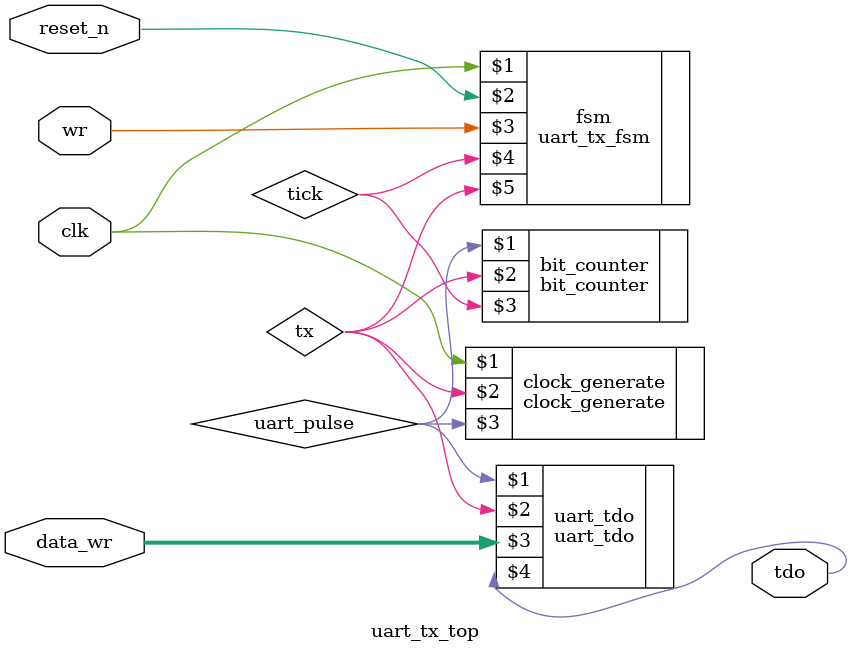
<source format=v>
module uart_tx_top (
    input clk, reset_n, wr, 
    input [7:0] data_wr,
    output tdo
);
    wire tx, tick, uart_pulse;
    uart_tx_fsm fsm (clk, reset_n, wr, tick, tx);
    clock_generate clock_generate (clk, tx, uart_pulse);
    bit_counter bit_counter (uart_pulse, tx, tick);
    uart_tdo uart_tdo (uart_pulse, tx, data_wr, tdo);
endmodule
</source>
